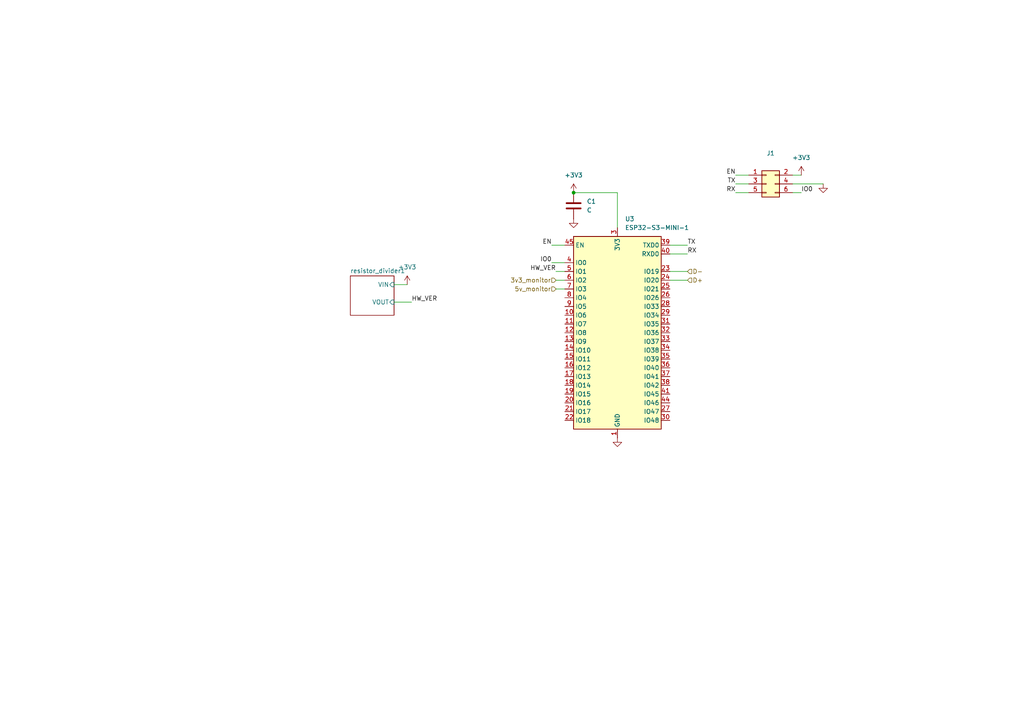
<source format=kicad_sch>
(kicad_sch (version 20231120) (generator "eeschema") (generator_version "8.0")
  (paper "A4")
  (lib_symbols
    (symbol "Connector_Generic:Conn_02x03_Odd_Even" (pin_names (offset 1.016) hide)
      (property "Reference" "J" (at 1.27 5.08 0))
      (property "Value" "Conn_02x03_Odd_Even" (at 1.27 -5.08 0))
      (symbol "Conn_02x03_Odd_Even_1_1"
        (rectangle (start -1.27 -2.413) (end 0 -2.667) (stroke (width 0.1524)))
        (rectangle (start -1.27 0.127) (end 0 -0.127) (stroke (width 0.1524)))
        (rectangle (start -1.27 2.667) (end 0 2.413) (stroke (width 0.1524)))
        (rectangle (start -1.27 3.81) (end 3.81 -3.81) (stroke (width 0.254)) (fill (type background)))
        (rectangle (start 3.81 -2.413) (end 2.54 -2.667) (stroke (width 0.1524)))
        (rectangle (start 3.81 0.127) (end 2.54 -0.127) (stroke (width 0.1524)))
        (rectangle (start 3.81 2.667) (end 2.54 2.413) (stroke (width 0.1524)))
        (pin passive line (at -5.08 2.54 0) (length 3.81) (name "Pin_1") (number "1"))
        (pin passive line (at 7.62 2.54 180) (length 3.81) (name "Pin_2") (number "2"))
        (pin passive line (at -5.08 0 0) (length 3.81) (name "Pin_3") (number "3"))
        (pin passive line (at 7.62 0 180) (length 3.81) (name "Pin_4") (number "4"))
        (pin passive line (at -5.08 -2.54 0) (length 3.81) (name "Pin_5") (number "5"))
        (pin passive line (at 7.62 -2.54 180) (length 3.81) (name "Pin_6") (number "6"))
      )
    )
    (symbol "Device:C" (pin_numbers hide) (pin_names (offset 0.254))
      (property "Reference" "C" (at 0.635 2.54 0))
      (property "Value" "C" (at 0.635 -2.54 0))
      (symbol "C_0_1"
        (polyline (pts (xy -2.032 -0.762) (xy 2.032 -0.762)) (stroke (width 0.508)))
        (polyline (pts (xy -2.032 0.762) (xy 2.032 0.762)) (stroke (width 0.508)))
      )
      (symbol "C_1_1"
        (pin passive line (at 0 3.81 270) (length 2.794) (name "~") (number "1"))
        (pin passive line (at 0 -3.81 90) (length 2.794) (name "~") (number "2"))
      )
    )
    (symbol "RF_Module:ESP32-S3-MINI-1"
      (property "Reference" "U" (at -11.43 29.21 0))
      (property "Value" "ESP32-S3-MINI-1" (at 12.7 29.21 0))
      (symbol "ESP32-S3-MINI-1_0_1"
        (rectangle (start -12.7 27.94) (end 12.7 -27.94) (stroke (width 0.254)) (fill (type background)))
      )
      (symbol "ESP32-S3-MINI-1_1_1"
        (pin power_in line (at 0 -30.48 90) (length 2.54) (name "GND") (number "1"))
        (pin bidirectional line (at -15.24 5.08 0) (length 2.54) (name "IO6") (number "10"))
        (pin bidirectional line (at -15.24 2.54 0) (length 2.54) (name "IO7") (number "11"))
        (pin bidirectional line (at -15.24 0 0) (length 2.54) (name "IO8") (number "12"))
        (pin bidirectional line (at -15.24 -2.54 0) (length 2.54) (name "IO9") (number "13"))
        (pin bidirectional line (at -15.24 -5.08 0) (length 2.54) (name "IO10") (number "14"))
        (pin bidirectional line (at -15.24 -7.62 0) (length 2.54) (name "IO11") (number "15"))
        (pin bidirectional line (at -15.24 -10.16 0) (length 2.54) (name "IO12") (number "16"))
        (pin bidirectional line (at -15.24 -12.7 0) (length 2.54) (name "IO13") (number "17"))
        (pin bidirectional line (at -15.24 -15.24 0) (length 2.54) (name "IO14") (number "18"))
        (pin bidirectional line (at -15.24 -17.78 0) (length 2.54) (name "IO15") (number "19"))
        (pin passive line (at 0 -30.48 90) (length 2.54) hide (name "GND") (number "2"))
        (pin bidirectional line (at -15.24 -20.32 0) (length 2.54) (name "IO16") (number "20"))
        (pin bidirectional line (at -15.24 -22.86 0) (length 2.54) (name "IO17") (number "21"))
        (pin bidirectional line (at -15.24 -25.4 0) (length 2.54) (name "IO18") (number "22"))
        (pin bidirectional line (at 15.24 17.78 180) (length 2.54) (name "IO19") (number "23"))
        (pin bidirectional line (at 15.24 15.24 180) (length 2.54) (name "IO20") (number "24"))
        (pin bidirectional line (at 15.24 12.7 180) (length 2.54) (name "IO21") (number "25"))
        (pin bidirectional line (at 15.24 10.16 180) (length 2.54) (name "IO26") (number "26"))
        (pin bidirectional line (at 15.24 -22.86 180) (length 2.54) (name "IO47") (number "27"))
        (pin bidirectional line (at 15.24 7.62 180) (length 2.54) (name "IO33") (number "28"))
        (pin bidirectional line (at 15.24 5.08 180) (length 2.54) (name "IO34") (number "29"))
        (pin power_in line (at 0 30.48 270) (length 2.54) (name "3V3") (number "3"))
        (pin bidirectional line (at 15.24 -25.4 180) (length 2.54) (name "IO48") (number "30"))
        (pin bidirectional line (at 15.24 2.54 180) (length 2.54) (name "IO35") (number "31"))
        (pin bidirectional line (at 15.24 0 180) (length 2.54) (name "IO36") (number "32"))
        (pin bidirectional line (at 15.24 -2.54 180) (length 2.54) (name "IO37") (number "33"))
        (pin bidirectional line (at 15.24 -5.08 180) (length 2.54) (name "IO38") (number "34"))
        (pin bidirectional line (at 15.24 -7.62 180) (length 2.54) (name "IO39") (number "35"))
        (pin bidirectional line (at 15.24 -10.16 180) (length 2.54) (name "IO40") (number "36"))
        (pin bidirectional line (at 15.24 -12.7 180) (length 2.54) (name "IO41") (number "37"))
        (pin bidirectional line (at 15.24 -15.24 180) (length 2.54) (name "IO42") (number "38"))
        (pin bidirectional line (at 15.24 25.4 180) (length 2.54) (name "TXD0") (number "39"))
        (pin bidirectional line (at -15.24 20.32 0) (length 2.54) (name "IO0") (number "4"))
        (pin bidirectional line (at 15.24 22.86 180) (length 2.54) (name "RXD0") (number "40"))
        (pin bidirectional line (at 15.24 -17.78 180) (length 2.54) (name "IO45") (number "41"))
        (pin passive line (at 0 -30.48 90) (length 2.54) hide (name "GND") (number "42"))
        (pin passive line (at 0 -30.48 90) (length 2.54) hide (name "GND") (number "43"))
        (pin bidirectional line (at 15.24 -20.32 180) (length 2.54) (name "IO46") (number "44"))
        (pin input line (at -15.24 25.4 0) (length 2.54) (name "EN") (number "45"))
        (pin passive line (at 0 -30.48 90) (length 2.54) hide (name "GND") (number "46"))
        (pin passive line (at 0 -30.48 90) (length 2.54) hide (name "GND") (number "47"))
        (pin passive line (at 0 -30.48 90) (length 2.54) hide (name "GND") (number "48"))
        (pin passive line (at 0 -30.48 90) (length 2.54) hide (name "GND") (number "49"))
        (pin bidirectional line (at -15.24 17.78 0) (length 2.54) (name "IO1") (number "5"))
        (pin passive line (at 0 -30.48 90) (length 2.54) hide (name "GND") (number "50"))
        (pin passive line (at 0 -30.48 90) (length 2.54) hide (name "GND") (number "51"))
        (pin passive line (at 0 -30.48 90) (length 2.54) hide (name "GND") (number "52"))
        (pin passive line (at 0 -30.48 90) (length 2.54) hide (name "GND") (number "53"))
        (pin passive line (at 0 -30.48 90) (length 2.54) hide (name "GND") (number "54"))
        (pin passive line (at 0 -30.48 90) (length 2.54) hide (name "GND") (number "55"))
        (pin passive line (at 0 -30.48 90) (length 2.54) hide (name "GND") (number "56"))
        (pin passive line (at 0 -30.48 90) (length 2.54) hide (name "GND") (number "57"))
        (pin passive line (at 0 -30.48 90) (length 2.54) hide (name "GND") (number "58"))
        (pin passive line (at 0 -30.48 90) (length 2.54) hide (name "GND") (number "59"))
        (pin bidirectional line (at -15.24 15.24 0) (length 2.54) (name "IO2") (number "6"))
        (pin passive line (at 0 -30.48 90) (length 2.54) hide (name "GND") (number "60"))
        (pin passive line (at 0 -30.48 90) (length 2.54) hide (name "GND") (number "61"))
        (pin passive line (at 0 -30.48 90) (length 2.54) hide (name "GND") (number "62"))
        (pin passive line (at 0 -30.48 90) (length 2.54) hide (name "GND") (number "63"))
        (pin passive line (at 0 -30.48 90) (length 2.54) hide (name "GND") (number "64"))
        (pin passive line (at 0 -30.48 90) (length 2.54) hide (name "GND") (number "65"))
        (pin bidirectional line (at -15.24 12.7 0) (length 2.54) (name "IO3") (number "7"))
        (pin bidirectional line (at -15.24 10.16 0) (length 2.54) (name "IO4") (number "8"))
        (pin bidirectional line (at -15.24 7.62 0) (length 2.54) (name "IO5") (number "9"))
      )
    )
    (symbol "power:+3V3" (power) (pin_numbers hide) (pin_names (offset 0) hide)
      (property "Value" "+3V3" (at 0 3.556 0))
      (symbol "+3V3_0_1"
        (polyline (pts (xy -0.762 1.27) (xy 0 2.54)))
        (polyline (pts (xy 0 0) (xy 0 2.54)))
        (polyline (pts (xy 0 2.54) (xy 0.762 1.27)))
      )
      (symbol "+3V3_1_1"
        (pin power_in line (at 0 0 90) (length 0) (name "~") (number "1"))
      )
    )
    (symbol "power:GND" (power) (pin_numbers hide) (pin_names (offset 0) hide)
      (property "Value" "GND" (at 0 -3.81 0))
      (symbol "GND_0_1"
        (polyline (pts (xy 0 0) (xy 0 -1.27) (xy 1.27 -1.27) (xy 0 -2.54) (xy -1.27 -1.27) (xy 0 -1.27)))
      )
      (symbol "GND_1_1"
        (pin power_in line (at 0 0 270) (length 0) (name "~") (number "1"))
      )
    )
  )
  (junction (at 166.37 55.88))
  (wire (pts (xy 229.87 53.34) (xy 238.76 53.34)))
  (wire (pts (xy 213.36 53.34) (xy 217.17 53.34)))
  (wire (pts (xy 161.29 83.82) (xy 163.83 83.82)))
  (wire (pts (xy 179.07 55.88) (xy 179.07 66.04)))
  (wire (pts (xy 114.3 82.55) (xy 118.11 82.55)))
  (wire (pts (xy 229.87 55.88) (xy 232.41 55.88)))
  (wire (pts (xy 161.2358 78.74) (xy 163.83 78.74)))
  (wire (pts (xy 160.02 76.2) (xy 163.83 76.2)))
  (wire (pts (xy 199.39 78.74) (xy 194.31 78.74)))
  (wire (pts (xy 194.31 73.66) (xy 199.39 73.66)))
  (wire (pts (xy 194.31 71.12) (xy 199.39 71.12)))
  (wire (pts (xy 161.29 81.28) (xy 163.83 81.28)))
  (wire (pts (xy 229.87 50.8) (xy 232.41 50.8)))
  (wire (pts (xy 114.3 87.63) (xy 119.38 87.63)))
  (wire (pts (xy 179.07 55.88) (xy 166.37 55.88)))
  (wire (pts (xy 213.36 50.8) (xy 217.17 50.8)))
  (wire (pts (xy 199.39 81.28) (xy 194.31 81.28)))
  (wire (pts (xy 160.02 71.12) (xy 163.83 71.12)))
  (wire (pts (xy 213.36 55.88) (xy 217.17 55.88)))
  (label "TX" (at 199.39 71.12 0))
  (label "HW_VER" (at 119.38 87.63 0))
  (label "RX" (at 199.39 73.66 0))
  (label "HW_VER" (at 161.2358 78.74 180))
  (label "RX" (at 213.36 55.88 180))
  (label "IO0" (at 160.02 76.2 180))
  (label "IO0" (at 232.41 55.88 0))
  (label "EN" (at 160.02 71.12 180))
  (label "EN" (at 213.36 50.8 180))
  (label "TX" (at 213.36 53.34 180))
  (hierarchical_label "5v_monitor" (shape input) (at 161.29 83.82 180))
  (hierarchical_label "3v3_monitor" (shape input) (at 161.29 81.28 180))
  (hierarchical_label "D-" (shape input) (at 199.39 78.74 0))
  (hierarchical_label "D+" (shape input) (at 199.39 81.28 0))
  (symbol (lib_id "power:GND") (at 166.37 63.5 0) (unit 1)
    (property "Reference" "#PWR02" (effects (hide yes)))
    (property "Value" "GND" (effects (hide yes)))
    (property "Description" "Power symbol creates a global label with name \"GND\" , ground" (effects (hide yes)))
  )
  (symbol (lib_id "RF_Module:ESP32-S3-MINI-1") (at 179.07 96.52 0) (unit 1)
    (property "Reference" "U3" (at 181.2641 63.5 0) (effects (justify left)))
    (property "Value" "ESP32-S3-MINI-1" (at 181.2641 66.04 0) (effects (justify left)))
    (property "Footprint" "RF_Module:ESP32-S2-MINI-1" (effects (hide yes)))
    (property "Datasheet" "https://www.espressif.com/sites/default/files/documentation/esp32-s3-mini-1_mini-1u_datasheet_en.pdf" (effects (hide yes)))
    (property "Description" "RF Module, ESP32-S3 SoC, Wi-Fi 802.11b/g/n, Bluetooth, BLE, 32-bit, 3.3V, SMD, onboard antenna" (effects (hide yes)))
  )
  (symbol (lib_id "power:GND") (at 179.07 127 0) (unit 1)
    (property "Reference" "#PWR04" (effects (hide yes)))
    (property "Value" "GND" (effects (hide yes)))
    (property "Description" "Power symbol creates a global label with name \"GND\" , ground" (effects (hide yes)))
  )
  (symbol (lib_id "Connector_Generic:Conn_02x03_Odd_Even") (at 222.25 53.34 0) (unit 1)
    (property "Reference" "J1" (at 223.52 44.45 0))
    (property "Value" "Conn_02x03_Odd_Even" (effects (hide yes)))
    (property "Footprint" "Connector_IDC:IDC-Header_2x03_P2.54mm_Vertical" (effects (hide yes)))
    (property "Description" "Generic connector, double row, 02x03, odd/even pin numbering scheme (row 1 odd numbers, row 2 even numbers), script generated (kicad-library-utils/schlib/autogen/connector/)" (effects (hide yes)))
  )
  (symbol (lib_id "Device:C") (at 166.37 59.69 0) (unit 1)
    (property "Reference" "C1" (at 170.18 58.4199 0) (effects (justify left)))
    (property "Value" "C" (at 170.18 60.9599 0) (effects (justify left)))
    (property "Footprint" "Capacitor_SMD:C_0603_1608Metric" (effects (hide yes)))
    (property "Description" "Unpolarized capacitor" (effects (hide yes)))
  )
  (symbol (lib_id "power:GND") (at 238.76 53.34 0) (unit 1)
    (property "Reference" "#PWR010" (effects (hide yes)))
    (property "Value" "GND" (effects (hide yes)))
    (property "Description" "Power symbol creates a global label with name \"GND\" , ground" (effects (hide yes)))
  )
  (symbol (lib_id "power:+3V3") (at 118.11 82.55 0) (unit 1)
    (property "Reference" "#PWR046" (effects (hide yes)))
    (property "Value" "+3V3" (at 118.11 77.47 0))
    (property "Description" "Power symbol creates a global label with name \"+3V3\"" (effects (hide yes)))
  )
  (symbol (lib_id "power:+3V3") (at 166.37 55.88 0) (unit 1)
    (property "Reference" "#PWR01" (effects (hide yes)))
    (property "Value" "+3V3" (at 166.37 50.8 0))
    (property "Description" "Power symbol creates a global label with name \"+3V3\"" (effects (hide yes)))
  )
  (symbol (lib_id "power:+3V3") (at 232.41 50.8 0) (unit 1)
    (property "Reference" "#PWR05" (effects (hide yes)))
    (property "Value" "+3V3" (at 232.41 45.72 0))
    (property "Description" "Power symbol creates a global label with name \"+3V3\"" (effects (hide yes)))
  )
  (sheet (at 101.6 80.01) (size 12.7 11.43) (stroke (width 0.1524))
    (property "Sheetname" "resistor_divider1" (at 101.6 79.2984 0) (effects (justify left bottom)))
    (property "Sheetfile" "resistor_divider.kicad_sch" (effects (hide yes)))
    (pin "VIN" input (at 114.3 82.55 0))
    (pin "VOUT" input (at 114.3 87.63 0))
  )
)
</source>
